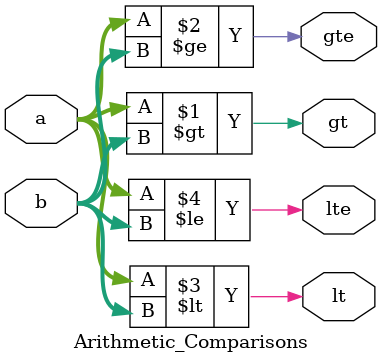
<source format=v>
module Arithmetic_Comparisons (
  input  [7:0] a,
  input  [7:0] b,
  output       gt,
  output       gte,
  output       lt,
  output       lte
);
  assign gt = a > b;
  assign gte = a >= b;
  assign lt = a < b;
  assign lte = a <= b;
endmodule

</source>
